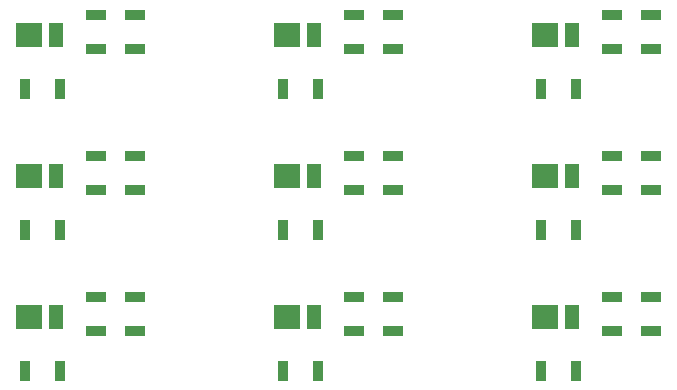
<source format=gbr>
G04 #@! TF.FileFunction,Paste,Top*
%FSLAX46Y46*%
G04 Gerber Fmt 4.6, Leading zero omitted, Abs format (unit mm)*
G04 Created by KiCad (PCBNEW 4.0.7) date 09/28/17 16:14:06*
%MOMM*%
%LPD*%
G01*
G04 APERTURE LIST*
%ADD10C,0.100000*%
%ADD11R,2.200000X2.100000*%
%ADD12R,1.300000X2.100000*%
%ADD13R,1.700000X0.900000*%
%ADD14R,0.900000X1.700000*%
G04 APERTURE END LIST*
D10*
D11*
X186068000Y-129794000D03*
D12*
X188328000Y-129794000D03*
D13*
X195072000Y-128090000D03*
X195072000Y-130990000D03*
D14*
X188648000Y-134366000D03*
X185748000Y-134366000D03*
D13*
X191770000Y-130990000D03*
X191770000Y-128090000D03*
X191770000Y-119052000D03*
X191770000Y-116152000D03*
D14*
X188648000Y-122428000D03*
X185748000Y-122428000D03*
D13*
X195072000Y-116152000D03*
X195072000Y-119052000D03*
D11*
X186068000Y-117856000D03*
D12*
X188328000Y-117856000D03*
D11*
X186068000Y-105918000D03*
D12*
X188328000Y-105918000D03*
D13*
X195072000Y-104214000D03*
X195072000Y-107114000D03*
D14*
X188648000Y-110490000D03*
X185748000Y-110490000D03*
D13*
X191770000Y-107114000D03*
X191770000Y-104214000D03*
X169926000Y-107114000D03*
X169926000Y-104214000D03*
D14*
X166804000Y-110490000D03*
X163904000Y-110490000D03*
D13*
X173228000Y-104214000D03*
X173228000Y-107114000D03*
D11*
X164224000Y-105918000D03*
D12*
X166484000Y-105918000D03*
D11*
X164224000Y-117856000D03*
D12*
X166484000Y-117856000D03*
D13*
X173228000Y-116152000D03*
X173228000Y-119052000D03*
D14*
X166804000Y-122428000D03*
X163904000Y-122428000D03*
D13*
X169926000Y-119052000D03*
X169926000Y-116152000D03*
X169926000Y-130990000D03*
X169926000Y-128090000D03*
D14*
X166804000Y-134366000D03*
X163904000Y-134366000D03*
D13*
X173228000Y-128090000D03*
X173228000Y-130990000D03*
D11*
X164224000Y-129794000D03*
D12*
X166484000Y-129794000D03*
D11*
X142380000Y-129794000D03*
D12*
X144640000Y-129794000D03*
D13*
X151384000Y-128090000D03*
X151384000Y-130990000D03*
D14*
X144960000Y-134366000D03*
X142060000Y-134366000D03*
D13*
X148082000Y-130990000D03*
X148082000Y-128090000D03*
X148082000Y-119052000D03*
X148082000Y-116152000D03*
D14*
X144960000Y-122428000D03*
X142060000Y-122428000D03*
D13*
X151384000Y-116152000D03*
X151384000Y-119052000D03*
D11*
X142380000Y-117856000D03*
D12*
X144640000Y-117856000D03*
D11*
X142380000Y-105918000D03*
D12*
X144640000Y-105918000D03*
D13*
X151384000Y-104214000D03*
X151384000Y-107114000D03*
D14*
X144960000Y-110490000D03*
X142060000Y-110490000D03*
D13*
X148082000Y-107114000D03*
X148082000Y-104214000D03*
M02*

</source>
